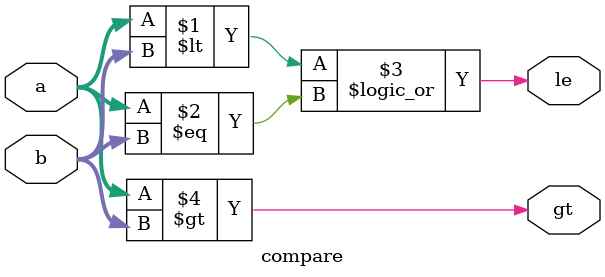
<source format=sv>

module compare (output logic le, gt,
                input logic [52:0] a, b);
   assign le = (a < b || a == b);
   assign gt = (a > b);
endmodule

</source>
